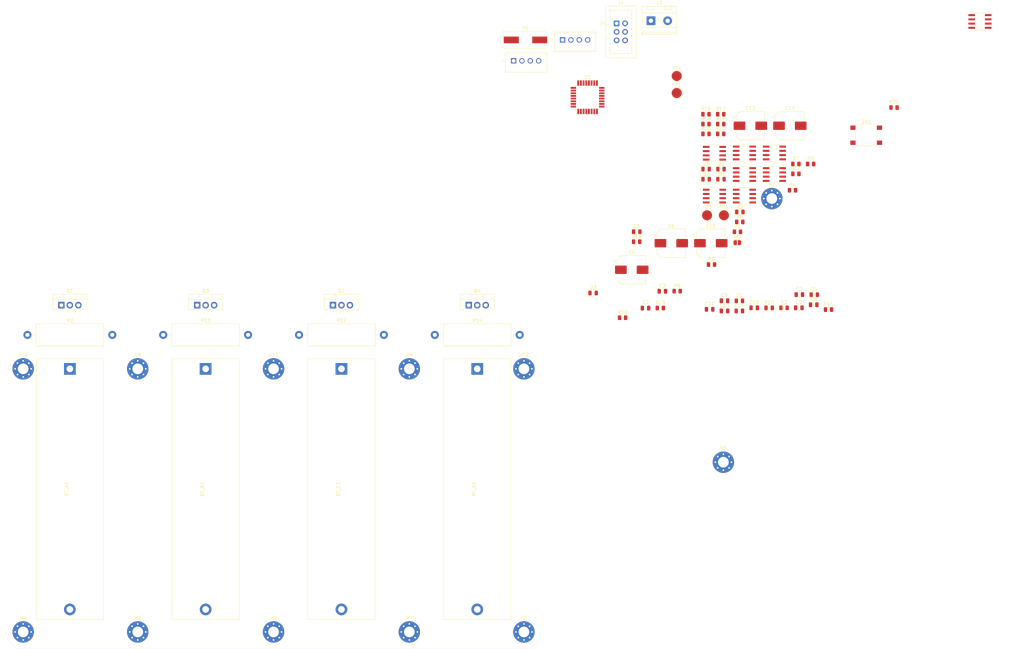
<source format=kicad_pcb>
(kicad_pcb (version 20171130) (host pcbnew "(5.1.8-0-10_14)")
  (layers (0 F.Cu signal) (31 B.Cu signal) (34 B.Paste user) (35 F.Paste user) (36 B.SilkS user) (37 F.SilkS user) (38 B.Mask user) (39 F.Mask user) (44 Edge.Cuts user))
  (net 0 "")
  (net 1 GND)
  (net 2 "Net-(C1-Pad2)")
  (net 3 "Net-(C2-Pad2)")
  (net 4 "Net-(C5-Pad1)")
  (net 5 +5V)
  (net 6 "Net-(D1-Pad1)")
  (net 7 "Net-(D2-Pad1)")
  (net 8 "Net-(D3-Pad1)")
  (net 9 "Net-(IC1-Pad7)")
  (net 10 "Net-(IC1-Pad6)")
  (net 11 "Net-(IC1-Pad2)")
  (net 12 SDA)
  (net 13 SCL)
  (net 14 "Net-(Q1-Pad1)")
  (net 15 "Net-(Q1-Pad3)")
  (net 16 "Net-(U1-Pad19)")
  (net 17 "Net-(U1-Pad22)")
  (net 18 "Net-(U2-Pad5)")
  (net 19 "Net-(U2-Pad6)")
  (net 20 "Net-(U2-Pad7)")
  (net 21 "Net-(J1-Pad2)")
  (net 22 "Net-(D4-Pad1)")
  (net 23 LED_STATUS)
  (net 24 MISO)
  (net 25 SCK)
  (net 26 RST)
  (net 27 MOSI)
  (net 28 RX)
  (net 29 TX)
  (net 30 v_sens_A)
  (net 31 v_sens_B)
  (net 32 v_sens_C)
  (net 33 v_sens_D)
  (net 34 "Net-(C14-Pad1)")
  (net 35 "Net-(C15-Pad1)")
  (net 36 "Net-(C16-Pad1)")
  (net 37 "Net-(D5-Pad1)")
  (net 38 "Net-(D6-Pad1)")
  (net 39 "Net-(D7-Pad1)")
  (net 40 "Net-(D8-Pad1)")
  (net 41 "Net-(D9-Pad1)")
  (net 42 "Net-(D10-Pad1)")
  (net 43 CHRG_A_enable)
  (net 44 CHRG_C_enable)
  (net 45 "Net-(IC2-Pad7)")
  (net 46 "Net-(IC2-Pad6)")
  (net 47 "Net-(IC2-Pad2)")
  (net 48 CHRG_B_enable)
  (net 49 "Net-(IC3-Pad7)")
  (net 50 "Net-(IC3-Pad6)")
  (net 51 "Net-(IC3-Pad2)")
  (net 52 "Net-(IC4-Pad2)")
  (net 53 "Net-(IC4-Pad6)")
  (net 54 "Net-(IC4-Pad7)")
  (net 55 CHRG_D_enable)
  (net 56 "Net-(Q2-Pad3)")
  (net 57 "Net-(Q2-Pad1)")
  (net 58 "Net-(Q3-Pad3)")
  (net 59 "Net-(Q3-Pad1)")
  (net 60 "Net-(Q4-Pad1)")
  (net 61 "Net-(Q4-Pad3)")
  (net 62 PWM_A)
  (net 63 PWM_C)
  (net 64 PWM_B)
  (net 65 PWM_D)
  (net 66 "Net-(U3-Pad5)")
  (net 67 "Net-(U3-Pad6)")
  (net 68 "Net-(U3-Pad7)")
  (net 69 "Net-(U4-Pad5)")
  (net 70 "Net-(U4-Pad6)")
  (net 71 "Net-(U4-Pad7)")
  (net 72 "Net-(U5-Pad7)")
  (net 73 "Net-(U5-Pad6)")
  (net 74 "Net-(U5-Pad5)")
  (module Battery:BatteryHolder_MPD_BH-18650-PC2 (layer F.Cu) (at 36.83 102.87 270)
    (fp_text reference BT_A1 (at 36 1 90) (layer F.SilkS))
    (fp_text value Battery_Cell)
    (pad 2 thru_hole circle (at 72 0 270) (size 3.5 3.5) (drill 2) (layers *.Cu *.Mask) (net 1 GND))
    (pad 1 thru_hole rect (at 0 0 270) (size 3.5 3.5) (drill 2) (layers *.Cu *.Mask) (net 30 v_sens_A))
    (pad "" np_thru_hole circle (at 8.645 0 270) (size 3.2 3.2) (drill 3.2) (layers *.Cu *.Mask))
    (pad "" np_thru_hole circle (at 64.255 0 270) (size 3.2 3.2) (drill 3.2) (layers *.Cu *.Mask))
  )
  (module Battery:BatteryHolder_MPD_BH-18650-PC2 (layer F.Cu) (at 77.47 102.87 270)
    (fp_text reference BT_B1 (at 36 1 90) (layer F.SilkS))
    (fp_text value Battery_Cell)
    (pad "" np_thru_hole circle (at 64.255 0 270) (size 3.2 3.2) (drill 3.2) (layers *.Cu *.Mask))
    (pad "" np_thru_hole circle (at 8.645 0 270) (size 3.2 3.2) (drill 3.2) (layers *.Cu *.Mask))
    (pad 1 thru_hole rect (at 0 0 270) (size 3.5 3.5) (drill 2) (layers *.Cu *.Mask) (net 31 v_sens_B))
    (pad 2 thru_hole circle (at 72 0 270) (size 3.5 3.5) (drill 2) (layers *.Cu *.Mask) (net 1 GND))
  )
  (module Battery:BatteryHolder_MPD_BH-18650-PC2 (layer F.Cu) (at 118.11 102.87 270)
    (fp_text reference BT_C1 (at 36 1 90) (layer F.SilkS))
    (fp_text value Battery_Cell)
    (pad "" np_thru_hole circle (at 64.255 0 270) (size 3.2 3.2) (drill 3.2) (layers *.Cu *.Mask))
    (pad "" np_thru_hole circle (at 8.645 0 270) (size 3.2 3.2) (drill 3.2) (layers *.Cu *.Mask))
    (pad 1 thru_hole rect (at 0 0 270) (size 3.5 3.5) (drill 2) (layers *.Cu *.Mask) (net 32 v_sens_C))
    (pad 2 thru_hole circle (at 72 0 270) (size 3.5 3.5) (drill 2) (layers *.Cu *.Mask) (net 1 GND))
  )
  (module Battery:BatteryHolder_MPD_BH-18650-PC2 (layer F.Cu) (at 158.75 102.87 270)
    (fp_text reference BT_D1 (at 36 1 90) (layer F.SilkS))
    (fp_text value Battery_Cell)
    (pad 2 thru_hole circle (at 72 0 270) (size 3.5 3.5) (drill 2) (layers *.Cu *.Mask) (net 1 GND))
    (pad 1 thru_hole rect (at 0 0 270) (size 3.5 3.5) (drill 2) (layers *.Cu *.Mask) (net 33 v_sens_D))
    (pad "" np_thru_hole circle (at 8.645 0 270) (size 3.2 3.2) (drill 3.2) (layers *.Cu *.Mask))
    (pad "" np_thru_hole circle (at 64.255 0 270) (size 3.2 3.2) (drill 3.2) (layers *.Cu *.Mask))
  )
  (module Capacitor_SMD:C_0805_2012Metric (layer F.Cu) (at 206.475001 61.845001)
    (fp_text reference C1 (at 0 -1.68) (layer F.SilkS))
    (fp_text value 22p)
    (pad 2 smd roundrect (at 0.95 0) (size 1 1.45) (layers F.Cu F.Paste F.Mask) (net 2 "Net-(C1-Pad2)"))
    (pad 1 smd roundrect (at -0.95 0) (size 1 1.45) (layers F.Cu F.Paste F.Mask) (net 1 GND))
  )
  (module Capacitor_SMD:C_0805_2012Metric (layer F.Cu) (at 209.105001 84.695001)
    (fp_text reference C2 (at 0 -1.68) (layer F.SilkS))
    (fp_text value 22p)
    (pad 1 smd roundrect (at -0.95 0) (size 1 1.45) (layers F.Cu F.Paste F.Mask) (net 1 GND))
    (pad 2 smd roundrect (at 0.95 0) (size 1 1.45) (layers F.Cu F.Paste F.Mask) (net 3 "Net-(C2-Pad2)"))
  )
  (module Capacitor_SMD:C_0805_2012Metric (layer F.Cu) (at 214.155001 79.645001)
    (fp_text reference C3 (at 0 -1.68) (layer F.SilkS))
    (fp_text value 100nF)
    (pad 2 smd roundrect (at 0.95 0) (size 1 1.45) (layers F.Cu F.Paste F.Mask) (net 1 GND))
    (pad 1 smd roundrect (at -0.95 0) (size 1 1.45) (layers F.Cu F.Paste F.Mask) (net 30 v_sens_A))
  )
  (module Capacitor_SMD:CP_Elec_8x10 (layer F.Cu) (at 204.990001 73.215001)
    (fp_text reference C4 (at 0 -5.2) (layer F.SilkS))
    (fp_text value 220uF)
    (pad 2 smd roundrect (at 3.25 0) (size 3.5 2.5) (layers F.Cu F.Paste F.Mask) (roundrect_rratio 0.1) (net 1 GND))
    (pad 1 smd roundrect (at -3.25 0) (size 3.5 2.5) (layers F.Cu F.Paste F.Mask) (roundrect_rratio 0.1) (net 30 v_sens_A))
  )
  (module Capacitor_SMD:C_0805_2012Metric (layer F.Cu) (at 232.745001 82.505001)
    (fp_text reference C5 (at 0 -1.68) (layer F.SilkS))
    (fp_text value 100nF)
    (pad 2 smd roundrect (at 0.95 0) (size 1 1.45) (layers F.Cu F.Paste F.Mask) (net 1 GND))
    (pad 1 smd roundrect (at -0.95 0) (size 1 1.45) (layers F.Cu F.Paste F.Mask) (net 4 "Net-(C5-Pad1)"))
  )
  (module Capacitor_SMD:CP_Elec_8x10 (layer F.Cu) (at 216.820001 65.265001)
    (fp_text reference C6 (at 0 -5.2) (layer F.SilkS))
    (fp_text value 220uF)
    (pad 1 smd roundrect (at -3.25 0) (size 3.5 2.5) (layers F.Cu F.Paste F.Mask) (roundrect_rratio 0.1) (net 5 +5V))
    (pad 2 smd roundrect (at 3.25 0) (size 3.5 2.5) (layers F.Cu F.Paste F.Mask) (roundrect_rratio 0.1) (net 1 GND))
  )
  (module Capacitor_SMD:C_0805_2012Metric (layer F.Cu) (at 255.145001 80.655001)
    (fp_text reference C7 (at 0 -1.68) (layer F.SilkS))
    (fp_text value 100nF)
    (pad 1 smd roundrect (at -0.95 0) (size 1 1.45) (layers F.Cu F.Paste F.Mask) (net 5 +5V))
    (pad 2 smd roundrect (at 0.95 0) (size 1 1.45) (layers F.Cu F.Paste F.Mask) (net 1 GND))
  )
  (module Capacitor_SMD:C_0805_2012Metric (layer F.Cu) (at 259.445001 83.695001)
    (fp_text reference C8 (at 0 -1.68) (layer F.SilkS))
    (fp_text value 100nF)
    (pad 1 smd roundrect (at -0.95 0) (size 1 1.45) (layers F.Cu F.Paste F.Mask) (net 32 v_sens_C))
    (pad 2 smd roundrect (at 0.95 0) (size 1 1.45) (layers F.Cu F.Paste F.Mask) (net 1 GND))
  )
  (module Capacitor_SMD:C_0805_2012Metric (layer F.Cu) (at 254.995001 84.595001)
    (fp_text reference C9 (at 0 -1.68) (layer F.SilkS))
    (fp_text value 100nF)
    (pad 1 smd roundrect (at -0.95 0) (size 1 1.45) (layers F.Cu F.Paste F.Mask) (net 31 v_sens_B))
    (pad 2 smd roundrect (at 0.95 0) (size 1 1.45) (layers F.Cu F.Paste F.Mask) (net 1 GND))
  )
  (module Capacitor_SMD:C_0805_2012Metric (layer F.Cu) (at 228.295001 85.055001)
    (fp_text reference C10 (at 0 -1.68) (layer F.SilkS))
    (fp_text value 100nF)
    (pad 2 smd roundrect (at 0.95 0) (size 1 1.45) (layers F.Cu F.Paste F.Mask) (net 1 GND))
    (pad 1 smd roundrect (at -0.95 0) (size 1 1.45) (layers F.Cu F.Paste F.Mask) (net 33 v_sens_D))
  )
  (module Capacitor_SMD:CP_Elec_8x10 (layer F.Cu) (at 228.650001 65.265001)
    (fp_text reference C11 (at 0 -5.2) (layer F.SilkS))
    (fp_text value 220uF)
    (pad 1 smd roundrect (at -3.25 0) (size 3.5 2.5) (layers F.Cu F.Paste F.Mask) (roundrect_rratio 0.1) (net 32 v_sens_C))
    (pad 2 smd roundrect (at 3.25 0) (size 3.5 2.5) (layers F.Cu F.Paste F.Mask) (roundrect_rratio 0.1) (net 1 GND))
  )
  (module Capacitor_SMD:CP_Elec_8x10 (layer F.Cu) (at 240.480001 30.115001)
    (fp_text reference C12 (at 0 -5.2) (layer F.SilkS))
    (fp_text value 220uF)
    (pad 1 smd roundrect (at -3.25 0) (size 3.5 2.5) (layers F.Cu F.Paste F.Mask) (roundrect_rratio 0.1) (net 31 v_sens_B))
    (pad 2 smd roundrect (at 3.25 0) (size 3.5 2.5) (layers F.Cu F.Paste F.Mask) (roundrect_rratio 0.1) (net 1 GND))
  )
  (module Capacitor_SMD:CP_Elec_8x10 (layer F.Cu) (at 252.310001 30.115001)
    (fp_text reference C13 (at 0 -5.2) (layer F.SilkS))
    (fp_text value 220uF)
    (pad 2 smd roundrect (at 3.25 0) (size 3.5 2.5) (layers F.Cu F.Paste F.Mask) (roundrect_rratio 0.1) (net 1 GND))
    (pad 1 smd roundrect (at -3.25 0) (size 3.5 2.5) (layers F.Cu F.Paste F.Mask) (roundrect_rratio 0.1) (net 33 v_sens_D))
  )
  (module Capacitor_SMD:C_0805_2012Metric (layer F.Cu) (at 232.745001 85.545001)
    (fp_text reference C14 (at 0 -1.68) (layer F.SilkS))
    (fp_text value 100nF)
    (pad 2 smd roundrect (at 0.95 0) (size 1 1.45) (layers F.Cu F.Paste F.Mask) (net 1 GND))
    (pad 1 smd roundrect (at -0.95 0) (size 1 1.45) (layers F.Cu F.Paste F.Mask) (net 34 "Net-(C14-Pad1)"))
  )
  (module Capacitor_SMD:C_0805_2012Metric (layer F.Cu) (at 237.195001 85.545001)
    (fp_text reference C15 (at 0 -1.68) (layer F.SilkS))
    (fp_text value 100nF)
    (pad 1 smd roundrect (at -0.95 0) (size 1 1.45) (layers F.Cu F.Paste F.Mask) (net 35 "Net-(C15-Pad1)"))
    (pad 2 smd roundrect (at 0.95 0) (size 1 1.45) (layers F.Cu F.Paste F.Mask) (net 1 GND))
  )
  (module Capacitor_SMD:C_0805_2012Metric (layer F.Cu) (at 241.645001 84.595001)
    (fp_text reference C16 (at 0 -1.68) (layer F.SilkS))
    (fp_text value 100nF)
    (pad 1 smd roundrect (at -0.95 0) (size 1 1.45) (layers F.Cu F.Paste F.Mask) (net 36 "Net-(C16-Pad1)"))
    (pad 2 smd roundrect (at 0.95 0) (size 1 1.45) (layers F.Cu F.Paste F.Mask) (net 1 GND))
  )
  (module LED_SMD:LED_0805_2012Metric (layer F.Cu) (at 237.215001 82.520001)
    (fp_text reference D1 (at 0 -1.65) (layer F.SilkS))
    (fp_text value LED_CHRG)
    (pad 1 smd roundrect (at -0.9375 0) (size 0.975 1.4) (layers F.Cu F.Paste F.Mask) (net 6 "Net-(D1-Pad1)"))
    (pad 2 smd roundrect (at 0.9375 0) (size 0.975 1.4) (layers F.Cu F.Paste F.Mask) (net 5 +5V))
  )
  (module LED_SMD:LED_0805_2012Metric (layer F.Cu) (at 250.565001 84.610001)
    (fp_text reference D2 (at 0 -1.65) (layer F.SilkS))
    (fp_text value LED_STDBY)
    (pad 1 smd roundrect (at -0.9375 0) (size 0.975 1.4) (layers F.Cu F.Paste F.Mask) (net 7 "Net-(D2-Pad1)"))
    (pad 2 smd roundrect (at 0.9375 0) (size 0.975 1.4) (layers F.Cu F.Paste F.Mask) (net 5 +5V))
  )
  (module LED_SMD:LED_0805_2012Metric (layer F.Cu) (at 193.425001 80.170001)
    (fp_text reference D3 (at 0 -1.65) (layer F.SilkS))
    (fp_text value LED_PWR)
    (pad 1 smd roundrect (at -0.9375 0) (size 0.975 1.4) (layers F.Cu F.Paste F.Mask) (net 8 "Net-(D3-Pad1)"))
    (pad 2 smd roundrect (at 0.9375 0) (size 0.975 1.4) (layers F.Cu F.Paste F.Mask) (net 5 +5V))
  )
  (module LED_SMD:LED_0805_2012Metric (layer F.Cu) (at 259.615001 80.670001)
    (fp_text reference D4 (at 0 -1.65) (layer F.SilkS))
    (fp_text value LED_STATUS)
    (pad 2 smd roundrect (at 0.9375 0) (size 0.975 1.4) (layers F.Cu F.Paste F.Mask) (net 23 LED_STATUS))
    (pad 1 smd roundrect (at -0.9375 0) (size 0.975 1.4) (layers F.Cu F.Paste F.Mask) (net 22 "Net-(D4-Pad1)"))
  )
  (module LED_SMD:LED_0805_2012Metric (layer F.Cu) (at 227.245001 43.090001)
    (fp_text reference D5 (at 0 -1.65) (layer F.SilkS))
    (fp_text value LED_CHRG)
    (pad 2 smd roundrect (at 0.9375 0) (size 0.975 1.4) (layers F.Cu F.Paste F.Mask) (net 5 +5V))
    (pad 1 smd roundrect (at -0.9375 0) (size 0.975 1.4) (layers F.Cu F.Paste F.Mask) (net 37 "Net-(D5-Pad1)"))
  )
  (module LED_SMD:LED_0805_2012Metric (layer F.Cu) (at 231.695001 43.090001)
    (fp_text reference D6 (at 0 -1.65) (layer F.SilkS))
    (fp_text value LED_CHRG)
    (pad 1 smd roundrect (at -0.9375 0) (size 0.975 1.4) (layers F.Cu F.Paste F.Mask) (net 38 "Net-(D6-Pad1)"))
    (pad 2 smd roundrect (at 0.9375 0) (size 0.975 1.4) (layers F.Cu F.Paste F.Mask) (net 5 +5V))
  )
  (module LED_SMD:LED_0805_2012Metric (layer F.Cu) (at 227.245001 46.130001)
    (fp_text reference D7 (at 0 -1.65) (layer F.SilkS))
    (fp_text value LED_CHRG)
    (pad 2 smd roundrect (at 0.9375 0) (size 0.975 1.4) (layers F.Cu F.Paste F.Mask) (net 5 +5V))
    (pad 1 smd roundrect (at -0.9375 0) (size 0.975 1.4) (layers F.Cu F.Paste F.Mask) (net 39 "Net-(D7-Pad1)"))
  )
  (module LED_SMD:LED_0805_2012Metric (layer F.Cu) (at 231.695001 46.130001)
    (fp_text reference D8 (at 0 -1.65) (layer F.SilkS))
    (fp_text value LED_STDBY)
    (pad 1 smd roundrect (at -0.9375 0) (size 0.975 1.4) (layers F.Cu F.Paste F.Mask) (net 40 "Net-(D8-Pad1)"))
    (pad 2 smd roundrect (at 0.9375 0) (size 0.975 1.4) (layers F.Cu F.Paste F.Mask) (net 5 +5V))
  )
  (module LED_SMD:LED_0805_2012Metric (layer F.Cu) (at 237.345001 55.910001)
    (fp_text reference D9 (at 0 -1.65) (layer F.SilkS))
    (fp_text value LED_STDBY)
    (pad 2 smd roundrect (at 0.9375 0) (size 0.975 1.4) (layers F.Cu F.Paste F.Mask) (net 5 +5V))
    (pad 1 smd roundrect (at -0.9375 0) (size 0.975 1.4) (layers F.Cu F.Paste F.Mask) (net 41 "Net-(D9-Pad1)"))
  )
  (module LED_SMD:LED_0805_2012Metric (layer F.Cu) (at 246.115001 84.610001)
    (fp_text reference D10 (at 0 -1.65) (layer F.SilkS))
    (fp_text value LED_STDBY)
    (pad 2 smd roundrect (at 0.9375 0) (size 0.975 1.4) (layers F.Cu F.Paste F.Mask) (net 5 +5V))
    (pad 1 smd roundrect (at -0.9375 0) (size 0.975 1.4) (layers F.Cu F.Paste F.Mask) (net 42 "Net-(D10-Pad1)"))
  )
  (module MountingHole:MountingHole_3.2mm_M3_Pad_Via (layer F.Cu) (at 232.41 130.81)
    (fp_text reference H1 (at 0 -4.2) (layer F.SilkS))
    (fp_text value MountingHole_Pad)
    (pad 1 thru_hole circle (at 1.697056 -1.697056) (size 0.8 0.8) (drill 0.5) (layers *.Cu *.Mask) (net 1 GND))
    (pad 1 thru_hole circle (at 0 -2.4) (size 0.8 0.8) (drill 0.5) (layers *.Cu *.Mask) (net 1 GND))
    (pad 1 thru_hole circle (at -1.697056 -1.697056) (size 0.8 0.8) (drill 0.5) (layers *.Cu *.Mask) (net 1 GND))
    (pad 1 thru_hole circle (at -2.4 0) (size 0.8 0.8) (drill 0.5) (layers *.Cu *.Mask) (net 1 GND))
    (pad 1 thru_hole circle (at -1.697056 1.697056) (size 0.8 0.8) (drill 0.5) (layers *.Cu *.Mask) (net 1 GND))
    (pad 1 thru_hole circle (at 0 2.4) (size 0.8 0.8) (drill 0.5) (layers *.Cu *.Mask) (net 1 GND))
    (pad 1 thru_hole circle (at 1.697056 1.697056) (size 0.8 0.8) (drill 0.5) (layers *.Cu *.Mask) (net 1 GND))
    (pad 1 thru_hole circle (at 2.4 0) (size 0.8 0.8) (drill 0.5) (layers *.Cu *.Mask) (net 1 GND))
    (pad 1 thru_hole circle (at 0 0) (size 6.4 6.4) (drill 3.2) (layers *.Cu *.Mask) (net 1 GND))
  )
  (module MountingHole:MountingHole_3.2mm_M3_Pad_Via (layer F.Cu) (at 246.915001 51.915001)
    (fp_text reference H2 (at 0 -4.2) (layer F.SilkS))
    (fp_text value MountingHole_Pad)
    (pad 1 thru_hole circle (at 0 0) (size 6.4 6.4) (drill 3.2) (layers *.Cu *.Mask) (net 1 GND))
    (pad 1 thru_hole circle (at 2.4 0) (size 0.8 0.8) (drill 0.5) (layers *.Cu *.Mask) (net 1 GND))
    (pad 1 thru_hole circle (at 1.697056 1.697056) (size 0.8 0.8) (drill 0.5) (layers *.Cu *.Mask) (net 1 GND))
    (pad 1 thru_hole circle (at 0 2.4) (size 0.8 0.8) (drill 0.5) (layers *.Cu *.Mask) (net 1 GND))
    (pad 1 thru_hole circle (at -1.697056 1.697056) (size 0.8 0.8) (drill 0.5) (layers *.Cu *.Mask) (net 1 GND))
    (pad 1 thru_hole circle (at -2.4 0) (size 0.8 0.8) (drill 0.5) (layers *.Cu *.Mask) (net 1 GND))
    (pad 1 thru_hole circle (at -1.697056 -1.697056) (size 0.8 0.8) (drill 0.5) (layers *.Cu *.Mask) (net 1 GND))
    (pad 1 thru_hole circle (at 0 -2.4) (size 0.8 0.8) (drill 0.5) (layers *.Cu *.Mask) (net 1 GND))
    (pad 1 thru_hole circle (at 1.697056 -1.697056) (size 0.8 0.8) (drill 0.5) (layers *.Cu *.Mask) (net 1 GND))
  )
  (module MountingHole:MountingHole_3.2mm_M3_Pad_Via (layer F.Cu) (at 172.72 181.61)
    (fp_text reference H3 (at 0 -4.2) (layer F.SilkS))
    (fp_text value MountingHole_Pad)
    (pad 1 thru_hole circle (at 1.697056 -1.697056) (size 0.8 0.8) (drill 0.5) (layers *.Cu *.Mask) (net 1 GND))
    (pad 1 thru_hole circle (at 0 -2.4) (size 0.8 0.8) (drill 0.5) (layers *.Cu *.Mask) (net 1 GND))
    (pad 1 thru_hole circle (at -1.697056 -1.697056) (size 0.8 0.8) (drill 0.5) (layers *.Cu *.Mask) (net 1 GND))
    (pad 1 thru_hole circle (at -2.4 0) (size 0.8 0.8) (drill 0.5) (layers *.Cu *.Mask) (net 1 GND))
    (pad 1 thru_hole circle (at -1.697056 1.697056) (size 0.8 0.8) (drill 0.5) (layers *.Cu *.Mask) (net 1 GND))
    (pad 1 thru_hole circle (at 0 2.4) (size 0.8 0.8) (drill 0.5) (layers *.Cu *.Mask) (net 1 GND))
    (pad 1 thru_hole circle (at 1.697056 1.697056) (size 0.8 0.8) (drill 0.5) (layers *.Cu *.Mask) (net 1 GND))
    (pad 1 thru_hole circle (at 2.4 0) (size 0.8 0.8) (drill 0.5) (layers *.Cu *.Mask) (net 1 GND))
    (pad 1 thru_hole circle (at 0 0) (size 6.4 6.4) (drill 3.2) (layers *.Cu *.Mask) (net 1 GND))
  )
  (module MountingHole:MountingHole_3.2mm_M3_Pad_Via (layer F.Cu) (at 22.86 181.61)
    (fp_text reference H4 (at 0 -4.2) (layer F.SilkS))
    (fp_text value MountingHole_Pad)
    (pad 1 thru_hole circle (at 0 0) (size 6.4 6.4) (drill 3.2) (layers *.Cu *.Mask) (net 1 GND))
    (pad 1 thru_hole circle (at 2.4 0) (size 0.8 0.8) (drill 0.5) (layers *.Cu *.Mask) (net 1 GND))
    (pad 1 thru_hole circle (at 1.697056 1.697056) (size 0.8 0.8) (drill 0.5) (layers *.Cu *.Mask) (net 1 GND))
    (pad 1 thru_hole circle (at 0 2.4) (size 0.8 0.8) (drill 0.5) (layers *.Cu *.Mask) (net 1 GND))
    (pad 1 thru_hole circle (at -1.697056 1.697056) (size 0.8 0.8) (drill 0.5) (layers *.Cu *.Mask) (net 1 GND))
    (pad 1 thru_hole circle (at -2.4 0) (size 0.8 0.8) (drill 0.5) (layers *.Cu *.Mask) (net 1 GND))
    (pad 1 thru_hole circle (at -1.697056 -1.697056) (size 0.8 0.8) (drill 0.5) (layers *.Cu *.Mask) (net 1 GND))
    (pad 1 thru_hole circle (at 0 -2.4) (size 0.8 0.8) (drill 0.5) (layers *.Cu *.Mask) (net 1 GND))
    (pad 1 thru_hole circle (at 1.697056 -1.697056) (size 0.8 0.8) (drill 0.5) (layers *.Cu *.Mask) (net 1 GND))
  )
  (module modules:SOIC127P599X175-8N (layer F.Cu) (at 238.710001 44.717501)
    (fp_text reference IC1 (at -0.385 -3.537) (layer F.SilkS) (effects (font (thickness 0.015))))
    (fp_text value TP4056)
    (pad 8 smd rect (at 2.47 -1.905) (size 1.97 0.6) (layers F.Cu F.Paste F.Mask) (net 43 CHRG_A_enable))
    (pad 7 smd rect (at 2.47 -0.635) (size 1.97 0.6) (layers F.Cu F.Paste F.Mask) (net 9 "Net-(IC1-Pad7)"))
    (pad 6 smd rect (at 2.47 0.635) (size 1.97 0.6) (layers F.Cu F.Paste F.Mask) (net 10 "Net-(IC1-Pad6)"))
    (pad 5 smd rect (at 2.47 1.905) (size 1.97 0.6) (layers F.Cu F.Paste F.Mask) (net 30 v_sens_A))
    (pad 4 smd rect (at -2.47 1.905) (size 1.97 0.6) (layers F.Cu F.Paste F.Mask) (net 5 +5V))
    (pad 3 smd rect (at -2.47 0.635) (size 1.97 0.6) (layers F.Cu F.Paste F.Mask) (net 1 GND))
    (pad 2 smd rect (at -2.47 -0.635) (size 1.97 0.6) (layers F.Cu F.Paste F.Mask) (net 11 "Net-(IC1-Pad2)"))
    (pad 1 smd rect (at -2.47 -1.905) (size 1.97 0.6) (layers F.Cu F.Paste F.Mask) (net 1 GND))
  )
  (module modules:SOIC127P599X175-8N (layer F.Cu) (at 247.680001 44.717501)
    (fp_text reference IC2 (at -0.385 -3.537) (layer F.SilkS) (effects (font (thickness 0.015))))
    (fp_text value TP4056)
    (pad 8 smd rect (at 2.47 -1.905) (size 1.97 0.6) (layers F.Cu F.Paste F.Mask) (net 44 CHRG_C_enable))
    (pad 7 smd rect (at 2.47 -0.635) (size 1.97 0.6) (layers F.Cu F.Paste F.Mask) (net 45 "Net-(IC2-Pad7)"))
    (pad 6 smd rect (at 2.47 0.635) (size 1.97 0.6) (layers F.Cu F.Paste F.Mask) (net 46 "Net-(IC2-Pad6)"))
    (pad 5 smd rect (at 2.47 1.905) (size 1.97 0.6) (layers F.Cu F.Paste F.Mask) (net 32 v_sens_C))
    (pad 4 smd rect (at -2.47 1.905) (size 1.97 0.6) (layers F.Cu F.Paste F.Mask) (net 5 +5V))
    (pad 3 smd rect (at -2.47 0.635) (size 1.97 0.6) (layers F.Cu F.Paste F.Mask) (net 1 GND))
    (pad 2 smd rect (at -2.47 -0.635) (size 1.97 0.6) (layers F.Cu F.Paste F.Mask) (net 47 "Net-(IC2-Pad2)"))
    (pad 1 smd rect (at -2.47 -1.905) (size 1.97 0.6) (layers F.Cu F.Paste F.Mask) (net 1 GND))
  )
  (module modules:SOIC127P599X175-8N (layer F.Cu) (at 229.740001 51.167501)
    (fp_text reference IC3 (at -0.385 -3.537) (layer F.SilkS) (effects (font (thickness 0.015))))
    (fp_text value TP4056)
    (pad 8 smd rect (at 2.47 -1.905) (size 1.97 0.6) (layers F.Cu F.Paste F.Mask) (net 48 CHRG_B_enable))
    (pad 7 smd rect (at 2.47 -0.635) (size 1.97 0.6) (layers F.Cu F.Paste F.Mask) (net 49 "Net-(IC3-Pad7)"))
    (pad 6 smd rect (at 2.47 0.635) (size 1.97 0.6) (layers F.Cu F.Paste F.Mask) (net 50 "Net-(IC3-Pad6)"))
    (pad 5 smd rect (at 2.47 1.905) (size 1.97 0.6) (layers F.Cu F.Paste F.Mask) (net 31 v_sens_B))
    (pad 4 smd rect (at -2.47 1.905) (size 1.97 0.6) (layers F.Cu F.Paste F.Mask) (net 5 +5V))
    (pad 3 smd rect (at -2.47 0.635) (size 1.97 0.6) (layers F.Cu F.Paste F.Mask) (net 1 GND))
    (pad 2 smd rect (at -2.47 -0.635) (size 1.97 0.6) (layers F.Cu F.Paste F.Mask) (net 51 "Net-(IC3-Pad2)"))
    (pad 1 smd rect (at -2.47 -1.905) (size 1.97 0.6) (layers F.Cu F.Paste F.Mask) (net 1 GND))
  )
  (module modules:SOIC127P599X175-8N (layer F.Cu) (at 238.710001 51.167501)
    (fp_text reference IC4 (at -0.385 -3.537) (layer F.SilkS) (effects (font (thickness 0.015))))
    (fp_text value TP4056)
    (pad 1 smd rect (at -2.47 -1.905) (size 1.97 0.6) (layers F.Cu F.Paste F.Mask) (net 1 GND))
    (pad 2 smd rect (at -2.47 -0.635) (size 1.97 0.6) (layers F.Cu F.Paste F.Mask) (net 52 "Net-(IC4-Pad2)"))
    (pad 3 smd rect (at -2.47 0.635) (size 1.97 0.6) (layers F.Cu F.Paste F.Mask) (net 1 GND))
    (pad 4 smd rect (at -2.47 1.905) (size 1.97 0.6) (layers F.Cu F.Paste F.Mask) (net 5 +5V))
    (pad 5 smd rect (at 2.47 1.905) (size 1.97 0.6) (layers F.Cu F.Paste F.Mask) (net 33 v_sens_D))
    (pad 6 smd rect (at 2.47 0.635) (size 1.97 0.6) (layers F.Cu F.Paste F.Mask) (net 53 "Net-(IC4-Pad6)"))
    (pad 7 smd rect (at 2.47 -0.635) (size 1.97 0.6) (layers F.Cu F.Paste F.Mask) (net 54 "Net-(IC4-Pad7)"))
    (pad 8 smd rect (at 2.47 -1.905) (size 1.97 0.6) (layers F.Cu F.Paste F.Mask) (net 55 CHRG_D_enable))
  )
  (module "modules:JST_B4B-XH-A(LF)(SN)" (layer F.Cu) (at 169.630001 10.685001)
    (fp_text reference J1 (at 0.637655 -3.920115) (layer F.SilkS) (effects (font (size 1.001803 1.001803) (thickness 0.015))))
    (fp_text value "B4B-XH-A(LF)(SN)")
    (pad 4 thru_hole circle (at 7.5 0) (size 1.59 1.59) (drill 1.06) (layers *.Cu *.Mask) (net 13 SCL))
    (pad 3 thru_hole circle (at 5 0) (size 1.59 1.59) (drill 1.06) (layers *.Cu *.Mask) (net 12 SDA))
    (pad 2 thru_hole circle (at 2.5 0) (size 1.59 1.59) (drill 1.06) (layers *.Cu *.Mask) (net 21 "Net-(J1-Pad2)"))
    (pad 1 thru_hole rect (at 0 0) (size 1.59 1.59) (drill 1.06) (layers *.Cu *.Mask) (net 1 GND))
  )
  (module "modules:JST_B4B-XH-A(LF)(SN)" (layer F.Cu) (at 184.280001 4.435001)
    (fp_text reference J2 (at 0.637655 -3.920115) (layer F.SilkS) (effects (font (size 1.001803 1.001803) (thickness 0.015))))
    (fp_text value "B4B-XH-A(LF)(SN)")
    (pad 1 thru_hole rect (at 0 0) (size 1.59 1.59) (drill 1.06) (layers *.Cu *.Mask) (net 1 GND))
    (pad 2 thru_hole circle (at 2.5 0) (size 1.59 1.59) (drill 1.06) (layers *.Cu *.Mask) (net 21 "Net-(J1-Pad2)"))
    (pad 3 thru_hole circle (at 5 0) (size 1.59 1.59) (drill 1.06) (layers *.Cu *.Mask) (net 12 SDA))
    (pad 4 thru_hole circle (at 7.5 0) (size 1.59 1.59) (drill 1.06) (layers *.Cu *.Mask) (net 13 SCL))
  )
  (module TerminalBlock_MetzConnect:TerminalBlock_MetzConnect_Type094_RT03502HBLU_1x02_P5.00mm_Horizontal (layer F.Cu) (at 210.725001 -1.304999)
    (fp_text reference J3 (at 2.5 -5.36) (layer F.SilkS))
    (fp_text value Conn_01x02_Male)
    (pad 1 thru_hole rect (at 0 0) (size 2.6 2.6) (drill 1.3) (layers *.Cu *.Mask) (net 5 +5V))
    (pad 2 thru_hole circle (at 5 0) (size 2.6 2.6) (drill 1.3) (layers *.Cu *.Mask) (net 1 GND))
  )
  (module Connector_IDC:IDC-Header_2x03_P2.54mm_Vertical (layer F.Cu) (at 200.460001 -0.514999)
    (fp_text reference J4 (at 1.27 -6.1) (layer F.SilkS))
    (fp_text value AVR-ISP-6)
    (pad 1 thru_hole roundrect (at 0 0) (size 1.7 1.7) (drill 1) (layers *.Cu *.Mask) (roundrect_rratio 0.147059) (net 24 MISO))
    (pad 3 thru_hole circle (at 0 2.54) (size 1.7 1.7) (drill 1) (layers *.Cu *.Mask) (net 25 SCK))
    (pad 5 thru_hole circle (at 0 5.08) (size 1.7 1.7) (drill 1) (layers *.Cu *.Mask) (net 26 RST))
    (pad 2 thru_hole circle (at 2.54 0) (size 1.7 1.7) (drill 1) (layers *.Cu *.Mask) (net 5 +5V))
    (pad 4 thru_hole circle (at 2.54 2.54) (size 1.7 1.7) (drill 1) (layers *.Cu *.Mask) (net 27 MOSI))
    (pad 6 thru_hole circle (at 2.54 5.08) (size 1.7 1.7) (drill 1) (layers *.Cu *.Mask) (net 1 GND))
  )
  (module Jumper:SolderJumper-2_P1.3mm_Open_RoundedPad1.0x1.5mm (layer F.Cu) (at 236.595001 65.105001)
    (fp_text reference JP1 (at 0 -1.8) (layer F.SilkS))
    (fp_text value SolderJumper_2_Open)
    (pad 1 smd custom (at -0.65 0) (size 1 0.5) (layers F.Cu F.Mask) (net 5 +5V) (options (clearance outline) (anchor rect)) (primitives (gr_circle (center 0 0.25) (end 0.5 0.25) (width 0)) (gr_circle (center 0 -0.25) (end 0.5 -0.25) (width 0)) (gr_poly (pts (xy 0 -0.75) (xy 0.5 -0.75) (xy 0.5 0.75) (xy 0 0.75)) (width 0))))
    (pad 2 smd custom (at 0.65 0) (size 1 0.5) (layers F.Cu F.Mask) (net 21 "Net-(J1-Pad2)") (options (clearance outline) (anchor rect)) (primitives (gr_circle (center 0 0.25) (end 0.5 0.25) (width 0)) (gr_circle (center 0 -0.25) (end 0.5 -0.25) (width 0)) (gr_poly (pts (xy 0 -0.75) (xy -0.5 -0.75) (xy -0.5 0.75) (xy 0 0.75)) (width 0))))
  )
  (module Package_TO_SOT_THT:TO-220-3_Vertical (layer F.Cu) (at 34.29 83.82)
    (fp_text reference Q1 (at 2.54 -4.27) (layer F.SilkS))
    (fp_text value IRLZ44N)
    (pad 1 thru_hole rect (at 0 0) (size 1.905 2) (drill 1.1) (layers *.Cu *.Mask) (net 14 "Net-(Q1-Pad1)"))
    (pad 2 thru_hole oval (at 2.54 0) (size 1.905 2) (drill 1.1) (layers *.Cu *.Mask) (net 30 v_sens_A))
    (pad 3 thru_hole oval (at 5.08 0) (size 1.905 2) (drill 1.1) (layers *.Cu *.Mask) (net 15 "Net-(Q1-Pad3)"))
  )
  (module Package_TO_SOT_THT:TO-220-3_Vertical (layer F.Cu) (at 115.57 83.82)
    (fp_text reference Q2 (at 2.54 -4.27) (layer F.SilkS))
    (fp_text value IRLZ44N)
    (pad 3 thru_hole oval (at 5.08 0) (size 1.905 2) (drill 1.1) (layers *.Cu *.Mask) (net 56 "Net-(Q2-Pad3)"))
    (pad 2 thru_hole oval (at 2.54 0) (size 1.905 2) (drill 1.1) (layers *.Cu *.Mask) (net 32 v_sens_C))
    (pad 1 thru_hole rect (at 0 0) (size 1.905 2) (drill 1.1) (layers *.Cu *.Mask) (net 57 "Net-(Q2-Pad1)"))
  )
  (module Package_TO_SOT_THT:TO-220-3_Vertical (layer F.Cu) (at 74.93 83.82)
    (fp_text reference Q3 (at 2.54 -4.27) (layer F.SilkS))
    (fp_text value IRLZ44N)
    (pad 3 thru_hole oval (at 5.08 0) (size 1.905 2) (drill 1.1) (layers *.Cu *.Mask) (net 58 "Net-(Q3-Pad3)"))
    (pad 2 thru_hole oval (at 2.54 0) (size 1.905 2) (drill 1.1) (layers *.Cu *.Mask) (net 31 v_sens_B))
    (pad 1 thru_hole rect (at 0 0) (size 1.905 2) (drill 1.1) (layers *.Cu *.Mask) (net 59 "Net-(Q3-Pad1)"))
  )
  (module Package_TO_SOT_THT:TO-220-3_Vertical (layer F.Cu) (at 156.21 83.82)
    (fp_text reference Q4 (at 2.54 -4.27) (layer F.SilkS))
    (fp_text value IRLZ44N)
    (pad 1 thru_hole rect (at 0 0) (size 1.905 2) (drill 1.1) (layers *.Cu *.Mask) (net 60 "Net-(Q4-Pad1)"))
    (pad 2 thru_hole oval (at 2.54 0) (size 1.905 2) (drill 1.1) (layers *.Cu *.Mask) (net 33 v_sens_D))
    (pad 3 thru_hole oval (at 5.08 0) (size 1.905 2) (drill 1.1) (layers *.Cu *.Mask) (net 61 "Net-(Q4-Pad3)"))
  )
  (module Resistor_SMD:R_0805_2012Metric (layer F.Cu) (at 236.625001 61.855001)
    (fp_text reference R1 (at 0 -1.65) (layer F.SilkS))
    (fp_text value 1M)
    (pad 1 smd roundrect (at -0.9125 0) (size 1.025 1.4) (layers F.Cu F.Paste F.Mask) (roundrect_rratio 0.243902) (net 4 "Net-(C5-Pad1)"))
    (pad 2 smd roundrect (at 0.9125 0) (size 1.025 1.4) (layers F.Cu F.Paste F.Mask) (roundrect_rratio 0.243902) (net 62 PWM_A))
  )
  (module Resistor_THT:R_Axial_Power_L20.0mm_W6.4mm_P25.40mm (layer F.Cu) (at 24.13 92.71)
    (fp_text reference R2 (at 12.7 -4.32) (layer F.SilkS))
    (fp_text value 1R5W)
    (pad 1 thru_hole circle (at 0 0) (size 2.4 2.4) (drill 1.2) (layers *.Cu *.Mask) (net 15 "Net-(Q1-Pad3)"))
    (pad 2 thru_hole oval (at 25.4 0) (size 2.4 2.4) (drill 1.2) (layers *.Cu *.Mask) (net 1 GND))
  )
  (module Resistor_SMD:R_0805_2012Metric (layer F.Cu) (at 254.115001 44.515001)
    (fp_text reference R3 (at 0 -1.65) (layer F.SilkS))
    (fp_text value 330)
    (pad 2 smd roundrect (at 0.9125 0) (size 1.025 1.4) (layers F.Cu F.Paste F.Mask) (roundrect_rratio 0.243902) (net 9 "Net-(IC1-Pad7)"))
    (pad 1 smd roundrect (at -0.9125 0) (size 1.025 1.4) (layers F.Cu F.Paste F.Mask) (roundrect_rratio 0.243902) (net 6 "Net-(D1-Pad1)"))
  )
  (module Resistor_SMD:R_0805_2012Metric (layer F.Cu) (at 253.095001 49.415001)
    (fp_text reference R4 (at 0 -1.65) (layer F.SilkS))
    (fp_text value 330)
    (pad 2 smd roundrect (at 0.9125 0) (size 1.025 1.4) (layers F.Cu F.Paste F.Mask) (roundrect_rratio 0.243902) (net 10 "Net-(IC1-Pad6)"))
    (pad 1 smd roundrect (at -0.9125 0) (size 1.025 1.4) (layers F.Cu F.Paste F.Mask) (roundrect_rratio 0.243902) (net 7 "Net-(D2-Pad1)"))
  )
  (module Resistor_SMD:R_0805_2012Metric (layer F.Cu) (at 258.525001 41.565001)
    (fp_text reference R5 (at 0 -1.65) (layer F.SilkS))
    (fp_text value 330)
    (pad 2 smd roundrect (at 0.9125 0) (size 1.025 1.4) (layers F.Cu F.Paste F.Mask) (roundrect_rratio 0.243902) (net 1 GND))
    (pad 1 smd roundrect (at -0.9125 0) (size 1.025 1.4) (layers F.Cu F.Paste F.Mask) (roundrect_rratio 0.243902) (net 8 "Net-(D3-Pad1)"))
  )
  (module Resistor_SMD:R_0805_2012Metric (layer F.Cu) (at 228.865001 71.665001)
    (fp_text reference R6 (at 0 -1.65) (layer F.SilkS))
    (fp_text value 1.5k)
    (pad 1 smd roundrect (at -0.9125 0) (size 1.025 1.4) (layers F.Cu F.Paste F.Mask) (roundrect_rratio 0.243902) (net 11 "Net-(IC1-Pad2)"))
    (pad 2 smd roundrect (at 0.9125 0) (size 1.025 1.4) (layers F.Cu F.Paste F.Mask) (roundrect_rratio 0.243902) (net 1 GND))
  )
  (module Resistor_SMD:R_0805_2012Metric (layer F.Cu) (at 254.115001 41.565001)
    (fp_text reference R7 (at 0 -1.65) (layer F.SilkS))
    (fp_text value 330)
    (pad 2 smd roundrect (at 0.9125 0) (size 1.025 1.4) (layers F.Cu F.Paste F.Mask) (roundrect_rratio 0.243902) (net 1 GND))
    (pad 1 smd roundrect (at -0.9125 0) (size 1.025 1.4) (layers F.Cu F.Paste F.Mask) (roundrect_rratio 0.243902) (net 22 "Net-(D4-Pad1)"))
  )
  (module Resistor_SMD:R_0805_2012Metric (layer F.Cu) (at 237.305001 58.905001)
    (fp_text reference R8 (at 0 -1.65) (layer F.SilkS))
    (fp_text value 10k)
    (pad 2 smd roundrect (at 0.9125 0) (size 1.025 1.4) (layers F.Cu F.Paste F.Mask) (roundrect_rratio 0.243902) (net 26 RST))
    (pad 1 smd roundrect (at -0.9125 0) (size 1.025 1.4) (layers F.Cu F.Paste F.Mask) (roundrect_rratio 0.243902) (net 5 +5V))
  )
  (module Resistor_SMD:R_0805_2012Metric (layer F.Cu) (at 218.585001 79.615001)
    (fp_text reference R9 (at 0 -1.65) (layer F.SilkS))
    (fp_text value 1M)
    (pad 2 smd roundrect (at 0.9125 0) (size 1.025 1.4) (layers F.Cu F.Paste F.Mask) (roundrect_rratio 0.243902) (net 63 PWM_C))
    (pad 1 smd roundrect (at -0.9125 0) (size 1.025 1.4) (layers F.Cu F.Paste F.Mask) (roundrect_rratio 0.243902) (net 34 "Net-(C14-Pad1)"))
  )
  (module Resistor_SMD:R_0805_2012Metric (layer F.Cu) (at 202.245001 87.565001)
    (fp_text reference R10 (at 0 -1.65) (layer F.SilkS))
    (fp_text value 1M)
    (pad 1 smd roundrect (at -0.9125 0) (size 1.025 1.4) (layers F.Cu F.Paste F.Mask) (roundrect_rratio 0.243902) (net 35 "Net-(C15-Pad1)"))
    (pad 2 smd roundrect (at 0.9125 0) (size 1.025 1.4) (layers F.Cu F.Paste F.Mask) (roundrect_rratio 0.243902) (net 64 PWM_B))
  )
  (module Resistor_SMD:R_0805_2012Metric (layer F.Cu) (at 263.875001 85.135001)
    (fp_text reference R11 (at 0 -1.65) (layer F.SilkS))
    (fp_text value 1M)
    (pad 2 smd roundrect (at 0.9125 0) (size 1.025 1.4) (layers F.Cu F.Paste F.Mask) (roundrect_rratio 0.243902) (net 65 PWM_D))
    (pad 1 smd roundrect (at -0.9125 0) (size 1.025 1.4) (layers F.Cu F.Paste F.Mask) (roundrect_rratio 0.243902) (net 36 "Net-(C16-Pad1)"))
  )
  (module Resistor_THT:R_Axial_Power_L20.0mm_W6.4mm_P25.40mm (layer F.Cu) (at 105.41 92.71)
    (fp_text reference R12 (at 12.7 -4.32) (layer F.SilkS))
    (fp_text value 1R5W)
    (pad 2 thru_hole oval (at 25.4 0) (size 2.4 2.4) (drill 1.2) (layers *.Cu *.Mask) (net 1 GND))
    (pad 1 thru_hole circle (at 0 0) (size 2.4 2.4) (drill 1.2) (layers *.Cu *.Mask) (net 56 "Net-(Q2-Pad3)"))
  )
  (module Resistor_THT:R_Axial_Power_L20.0mm_W6.4mm_P25.40mm (layer F.Cu) (at 64.77 92.71)
    (fp_text reference R13 (at 12.7 -4.32) (layer F.SilkS))
    (fp_text value 1R5W)
    (pad 1 thru_hole circle (at 0 0) (size 2.4 2.4) (drill 1.2) (layers *.Cu *.Mask) (net 58 "Net-(Q3-Pad3)"))
    (pad 2 thru_hole oval (at 25.4 0) (size 2.4 2.4) (drill 1.2) (layers *.Cu *.Mask) (net 1 GND))
  )
  (module Resistor_THT:R_Axial_Power_L20.0mm_W6.4mm_P25.40mm (layer F.Cu) (at 146.05 92.71)
    (fp_text reference R14 (at 12.7 -4.32) (layer F.SilkS))
    (fp_text value 1R5W)
    (pad 2 thru_hole oval (at 25.4 0) (size 2.4 2.4) (drill 1.2) (layers *.Cu *.Mask) (net 1 GND))
    (pad 1 thru_hole circle (at 0 0) (size 2.4 2.4) (drill 1.2) (layers *.Cu *.Mask) (net 61 "Net-(Q4-Pad3)"))
  )
  (module Resistor_SMD:R_0805_2012Metric (layer F.Cu) (at 206.455001 64.825001)
    (fp_text reference R15 (at 0 -1.65) (layer F.SilkS))
    (fp_text value 330)
    (pad 2 smd roundrect (at 0.9125 0) (size 1.025 1.4) (layers F.Cu F.Paste F.Mask) (roundrect_rratio 0.243902) (net 45 "Net-(IC2-Pad7)"))
    (pad 1 smd roundrect (at -0.9125 0) (size 1.025 1.4) (layers F.Cu F.Paste F.Mask) (roundrect_rratio 0.243902) (net 37 "Net-(D5-Pad1)"))
  )
  (module Resistor_SMD:R_0805_2012Metric (layer F.Cu) (at 227.205001 26.665001)
    (fp_text reference R16 (at 0 -1.65) (layer F.SilkS))
    (fp_text value 330)
    (pad 2 smd roundrect (at 0.9125 0) (size 1.025 1.4) (layers F.Cu F.Paste F.Mask) (roundrect_rratio 0.243902) (net 49 "Net-(IC3-Pad7)"))
    (pad 1 smd roundrect (at -0.9125 0) (size 1.025 1.4) (layers F.Cu F.Paste F.Mask) (roundrect_rratio 0.243902) (net 38 "Net-(D6-Pad1)"))
  )
  (module Resistor_SMD:R_0805_2012Metric (layer F.Cu) (at 231.615001 26.665001)
    (fp_text reference R17 (at 0 -1.65) (layer F.SilkS))
    (fp_text value 330)
    (pad 1 smd roundrect (at -0.9125 0) (size 1.025 1.4) (layers F.Cu F.Paste F.Mask) (roundrect_rratio 0.243902) (net 39 "Net-(D7-Pad1)"))
    (pad 2 smd roundrect (at 0.9125 0) (size 1.025 1.4) (layers F.Cu F.Paste F.Mask) (roundrect_rratio 0.243902) (net 54 "Net-(IC4-Pad7)"))
  )
  (module Resistor_SMD:R_0805_2012Metric (layer F.Cu) (at 227.205001 29.615001)
    (fp_text reference R18 (at 0 -1.65) (layer F.SilkS))
    (fp_text value 330)
    (pad 1 smd roundrect (at -0.9125 0) (size 1.025 1.4) (layers F.Cu F.Paste F.Mask) (roundrect_rratio 0.243902) (net 40 "Net-(D8-Pad1)"))
    (pad 2 smd roundrect (at 0.9125 0) (size 1.025 1.4) (layers F.Cu F.Paste F.Mask) (roundrect_rratio 0.243902) (net 46 "Net-(IC2-Pad6)"))
  )
  (module Resistor_SMD:R_0805_2012Metric (layer F.Cu) (at 231.615001 29.615001)
    (fp_text reference R19 (at 0 -1.65) (layer F.SilkS))
    (fp_text value 330)
    (pad 1 smd roundrect (at -0.9125 0) (size 1.025 1.4) (layers F.Cu F.Paste F.Mask) (roundrect_rratio 0.243902) (net 41 "Net-(D9-Pad1)"))
    (pad 2 smd roundrect (at 0.9125 0) (size 1.025 1.4) (layers F.Cu F.Paste F.Mask) (roundrect_rratio 0.243902) (net 50 "Net-(IC3-Pad6)"))
  )
  (module Resistor_SMD:R_0805_2012Metric (layer F.Cu) (at 227.205001 32.565001)
    (fp_text reference R20 (at 0 -1.65) (layer F.SilkS))
    (fp_text value 330)
    (pad 1 smd roundrect (at -0.9125 0) (size 1.025 1.4) (layers F.Cu F.Paste F.Mask) (roundrect_rratio 0.243902) (net 42 "Net-(D10-Pad1)"))
    (pad 2 smd roundrect (at 0.9125 0) (size 1.025 1.4) (layers F.Cu F.Paste F.Mask) (roundrect_rratio 0.243902) (net 53 "Net-(IC4-Pad6)"))
  )
  (module Resistor_SMD:R_0805_2012Metric (layer F.Cu) (at 231.615001 32.565001)
    (fp_text reference R21 (at 0 -1.65) (layer F.SilkS))
    (fp_text value 1.5k)
    (pad 1 smd roundrect (at -0.9125 0) (size 1.025 1.4) (layers F.Cu F.Paste F.Mask) (roundrect_rratio 0.243902) (net 47 "Net-(IC2-Pad2)"))
    (pad 2 smd roundrect (at 0.9125 0) (size 1.025 1.4) (layers F.Cu F.Paste F.Mask) (roundrect_rratio 0.243902) (net 1 GND))
  )
  (module Resistor_SMD:R_0805_2012Metric (layer F.Cu) (at 283.485001 24.675001)
    (fp_text reference R22 (at 0 -1.65) (layer F.SilkS))
    (fp_text value 1.5k)
    (pad 1 smd roundrect (at -0.9125 0) (size 1.025 1.4) (layers F.Cu F.Paste F.Mask) (roundrect_rratio 0.243902) (net 51 "Net-(IC3-Pad2)"))
    (pad 2 smd roundrect (at 0.9125 0) (size 1.025 1.4) (layers F.Cu F.Paste F.Mask) (roundrect_rratio 0.243902) (net 1 GND))
  )
  (module Resistor_SMD:R_0805_2012Metric (layer F.Cu) (at 213.535001 84.665001)
    (fp_text reference R23 (at 0 -1.65) (layer F.SilkS))
    (fp_text value 1.5k)
    (pad 1 smd roundrect (at -0.9125 0) (size 1.025 1.4) (layers F.Cu F.Paste F.Mask) (roundrect_rratio 0.243902) (net 52 "Net-(IC4-Pad2)"))
    (pad 2 smd roundrect (at 0.9125 0) (size 1.025 1.4) (layers F.Cu F.Paste F.Mask) (roundrect_rratio 0.243902) (net 1 GND))
  )
  (module Button_Switch_SMD:SW_Push_1P1T_NO_6x6mm_H9.5mm (layer F.Cu) (at 275.155001 32.950001)
    (fp_text reference SW1 (at 0 -4.05) (layer F.SilkS))
    (fp_text value reset)
    (pad 2 smd rect (at -3.975 2.25) (size 1.55 1.3) (layers F.Cu F.Paste F.Mask) (net 1 GND))
    (pad 1 smd rect (at -3.975 -2.25) (size 1.55 1.3) (layers F.Cu F.Paste F.Mask) (net 26 RST))
    (pad 1 smd rect (at 3.975 -2.25) (size 1.55 1.3) (layers F.Cu F.Paste F.Mask) (net 26 RST))
    (pad 2 smd rect (at 3.975 2.25) (size 1.55 1.3) (layers F.Cu F.Paste F.Mask) (net 1 GND))
  )
  (module TestPoint:TestPoint_Pad_D3.0mm (layer F.Cu) (at 218.44 20.32)
    (fp_text reference TP1 (at 0 -2.398) (layer F.SilkS))
    (fp_text value 5V)
    (pad 1 smd circle (at 0 0) (size 3 3) (layers F.Cu F.Mask) (net 5 +5V))
  )
  (module TestPoint:TestPoint_Pad_D3.0mm (layer F.Cu) (at 232.575001 56.915001)
    (fp_text reference TP2 (at 0 -2.398) (layer F.SilkS))
    (fp_text value GND)
    (pad 1 smd circle (at 0 0) (size 3 3) (layers F.Cu F.Mask) (net 1 GND))
  )
  (module TestPoint:TestPoint_Pad_D3.0mm (layer F.Cu) (at 227.525001 56.915001)
    (fp_text reference TP3 (at 0 -2.398) (layer F.SilkS))
    (fp_text value RX)
    (pad 1 smd circle (at 0 0) (size 3 3) (layers F.Cu F.Mask) (net 28 RX))
  )
  (module TestPoint:TestPoint_Pad_D3.0mm (layer F.Cu) (at 218.44 15.24)
    (fp_text reference TP4 (at 0 -2.398) (layer F.SilkS))
    (fp_text value TX)
    (pad 1 smd circle (at 0 0) (size 3 3) (layers F.Cu F.Mask) (net 29 TX))
  )
  (module Package_QFP:TQFP-32_7x7mm_P0.8mm (layer F.Cu) (at 191.77 21.59)
    (fp_text reference U1 (at 0 -6.05) (layer F.SilkS))
    (fp_text value ATmega328-AU)
    (pad 1 smd rect (at -4.25 -2.8) (size 1.6 0.55) (layers F.Cu F.Paste F.Mask) (net 64 PWM_B))
    (pad 2 smd rect (at -4.25 -2) (size 1.6 0.55) (layers F.Cu F.Paste F.Mask) (net 43 CHRG_A_enable))
    (pad 3 smd rect (at -4.25 -1.2) (size 1.6 0.55) (layers F.Cu F.Paste F.Mask) (net 1 GND))
    (pad 4 smd rect (at -4.25 -0.4) (size 1.6 0.55) (layers F.Cu F.Paste F.Mask) (net 5 +5V))
    (pad 5 smd rect (at -4.25 0.4) (size 1.6 0.55) (layers F.Cu F.Paste F.Mask) (net 1 GND))
    (pad 6 smd rect (at -4.25 1.2) (size 1.6 0.55) (layers F.Cu F.Paste F.Mask) (net 5 +5V))
    (pad 7 smd rect (at -4.25 2) (size 1.6 0.55) (layers F.Cu F.Paste F.Mask) (net 2 "Net-(C1-Pad2)"))
    (pad 8 smd rect (at -4.25 2.8) (size 1.6 0.55) (layers F.Cu F.Paste F.Mask) (net 3 "Net-(C2-Pad2)"))
    (pad 9 smd rect (at -2.8 4.25 90) (size 1.6 0.55) (layers F.Cu F.Paste F.Mask) (net 62 PWM_A))
    (pad 10 smd rect (at -2 4.25 90) (size 1.6 0.55) (layers F.Cu F.Paste F.Mask) (net 23 LED_STATUS))
    (pad 11 smd rect (at -1.2 4.25 90) (size 1.6 0.55) (layers F.Cu F.Paste F.Mask) (net 44 CHRG_C_enable))
    (pad 12 smd rect (at -0.4 4.25 90) (size 1.6 0.55) (layers F.Cu F.Paste F.Mask) (net 63 PWM_C))
    (pad 13 smd rect (at 0.4 4.25 90) (size 1.6 0.55) (layers F.Cu F.Paste F.Mask) (net 55 CHRG_D_enable))
    (pad 14 smd rect (at 1.2 4.25 90) (size 1.6 0.55) (layers F.Cu F.Paste F.Mask) (net 65 PWM_D))
    (pad 15 smd rect (at 2 4.25 90) (size 1.6 0.55) (layers F.Cu F.Paste F.Mask) (net 27 MOSI))
    (pad 16 smd rect (at 2.8 4.25 90) (size 1.6 0.55) (layers F.Cu F.Paste F.Mask) (net 24 MISO))
    (pad 17 smd rect (at 4.25 2.8) (size 1.6 0.55) (layers F.Cu F.Paste F.Mask) (net 25 SCK))
    (pad 18 smd rect (at 4.25 2) (size 1.6 0.55) (layers F.Cu F.Paste F.Mask) (net 5 +5V))
    (pad 19 smd rect (at 4.25 1.2) (size 1.6 0.55) (layers F.Cu F.Paste F.Mask) (net 16 "Net-(U1-Pad19)"))
    (pad 20 smd rect (at 4.25 0.4) (size 1.6 0.55) (layers F.Cu F.Paste F.Mask) (net 5 +5V))
    (pad 21 smd rect (at 4.25 -0.4) (size 1.6 0.55) (layers F.Cu F.Paste F.Mask) (net 1 GND))
    (pad 22 smd rect (at 4.25 -1.2) (size 1.6 0.55) (layers F.Cu F.Paste F.Mask) (net 17 "Net-(U1-Pad22)"))
    (pad 23 smd rect (at 4.25 -2) (size 1.6 0.55) (layers F.Cu F.Paste F.Mask) (net 30 v_sens_A))
    (pad 24 smd rect (at 4.25 -2.8) (size 1.6 0.55) (layers F.Cu F.Paste F.Mask) (net 31 v_sens_B))
    (pad 25 smd rect (at 2.8 -4.25 90) (size 1.6 0.55) (layers F.Cu F.Paste F.Mask) (net 32 v_sens_C))
    (pad 26 smd rect (at 2 -4.25 90) (size 1.6 0.55) (layers F.Cu F.Paste F.Mask) (net 33 v_sens_D))
    (pad 27 smd rect (at 1.2 -4.25 90) (size 1.6 0.55) (layers F.Cu F.Paste F.Mask) (net 12 SDA))
    (pad 28 smd rect (at 0.4 -4.25 90) (size 1.6 0.55) (layers F.Cu F.Paste F.Mask) (net 13 SCL))
    (pad 29 smd rect (at -0.4 -4.25 90) (size 1.6 0.55) (layers F.Cu F.Paste F.Mask) (net 26 RST))
    (pad 30 smd rect (at -1.2 -4.25 90) (size 1.6 0.55) (layers F.Cu F.Paste F.Mask) (net 29 TX))
    (pad 31 smd rect (at -2 -4.25 90) (size 1.6 0.55) (layers F.Cu F.Paste F.Mask) (net 28 RX))
    (pad 32 smd rect (at -2.8 -4.25 90) (size 1.6 0.55) (layers F.Cu F.Paste F.Mask) (net 48 CHRG_B_enable))
  )
  (module modules:SOIC127P599X175-8N (layer F.Cu) (at 247.680001 38.267501)
    (fp_text reference U2 (at -0.385 -3.537) (layer F.SilkS) (effects (font (thickness 0.015))))
    (fp_text value LM358M_NOPB)
    (pad 1 smd rect (at -2.47 -1.905) (size 1.97 0.6) (layers F.Cu F.Paste F.Mask) (net 14 "Net-(Q1-Pad1)"))
    (pad 2 smd rect (at -2.47 -0.635) (size 1.97 0.6) (layers F.Cu F.Paste F.Mask) (net 15 "Net-(Q1-Pad3)"))
    (pad 3 smd rect (at -2.47 0.635) (size 1.97 0.6) (layers F.Cu F.Paste F.Mask) (net 4 "Net-(C5-Pad1)"))
    (pad 4 smd rect (at -2.47 1.905) (size 1.97 0.6) (layers F.Cu F.Paste F.Mask) (net 1 GND))
    (pad 5 smd rect (at 2.47 1.905) (size 1.97 0.6) (layers F.Cu F.Paste F.Mask) (net 18 "Net-(U2-Pad5)"))
    (pad 6 smd rect (at 2.47 0.635) (size 1.97 0.6) (layers F.Cu F.Paste F.Mask) (net 19 "Net-(U2-Pad6)"))
    (pad 7 smd rect (at 2.47 -0.635) (size 1.97 0.6) (layers F.Cu F.Paste F.Mask) (net 20 "Net-(U2-Pad7)"))
    (pad 8 smd rect (at 2.47 -1.905) (size 1.97 0.6) (layers F.Cu F.Paste F.Mask) (net 5 +5V))
  )
  (module modules:SOIC127P599X175-8N (layer F.Cu) (at 238.710001 38.267501)
    (fp_text reference U3 (at -0.385 -3.537) (layer F.SilkS) (effects (font (thickness 0.015))))
    (fp_text value LM358M_NOPB)
    (pad 1 smd rect (at -2.47 -1.905) (size 1.97 0.6) (layers F.Cu F.Paste F.Mask) (net 57 "Net-(Q2-Pad1)"))
    (pad 2 smd rect (at -2.47 -0.635) (size 1.97 0.6) (layers F.Cu F.Paste F.Mask) (net 56 "Net-(Q2-Pad3)"))
    (pad 3 smd rect (at -2.47 0.635) (size 1.97 0.6) (layers F.Cu F.Paste F.Mask) (net 34 "Net-(C14-Pad1)"))
    (pad 4 smd rect (at -2.47 1.905) (size 1.97 0.6) (layers F.Cu F.Paste F.Mask) (net 1 GND))
    (pad 5 smd rect (at 2.47 1.905) (size 1.97 0.6) (layers F.Cu F.Paste F.Mask) (net 66 "Net-(U3-Pad5)"))
    (pad 6 smd rect (at 2.47 0.635) (size 1.97 0.6) (layers F.Cu F.Paste F.Mask) (net 67 "Net-(U3-Pad6)"))
    (pad 7 smd rect (at 2.47 -0.635) (size 1.97 0.6) (layers F.Cu F.Paste F.Mask) (net 68 "Net-(U3-Pad7)"))
    (pad 8 smd rect (at 2.47 -1.905) (size 1.97 0.6) (layers F.Cu F.Paste F.Mask) (net 5 +5V))
  )
  (module modules:SOIC127P599X175-8N (layer F.Cu) (at 229.740001 38.347501)
    (fp_text reference U4 (at -0.385 -3.537) (layer F.SilkS) (effects (font (thickness 0.015))))
    (fp_text value LM358M_NOPB)
    (pad 1 smd rect (at -2.47 -1.905) (size 1.97 0.6) (layers F.Cu F.Paste F.Mask) (net 59 "Net-(Q3-Pad1)"))
    (pad 2 smd rect (at -2.47 -0.635) (size 1.97 0.6) (layers F.Cu F.Paste F.Mask) (net 58 "Net-(Q3-Pad3)"))
    (pad 3 smd rect (at -2.47 0.635) (size 1.97 0.6) (layers F.Cu F.Paste F.Mask) (net 35 "Net-(C15-Pad1)"))
    (pad 4 smd rect (at -2.47 1.905) (size 1.97 0.6) (layers F.Cu F.Paste F.Mask) (net 1 GND))
    (pad 5 smd rect (at 2.47 1.905) (size 1.97 0.6) (layers F.Cu F.Paste F.Mask) (net 69 "Net-(U4-Pad5)"))
    (pad 6 smd rect (at 2.47 0.635) (size 1.97 0.6) (layers F.Cu F.Paste F.Mask) (net 70 "Net-(U4-Pad6)"))
    (pad 7 smd rect (at 2.47 -0.635) (size 1.97 0.6) (layers F.Cu F.Paste F.Mask) (net 71 "Net-(U4-Pad7)"))
    (pad 8 smd rect (at 2.47 -1.905) (size 1.97 0.6) (layers F.Cu F.Paste F.Mask) (net 5 +5V))
  )
  (module modules:SOIC127P599X175-8N (layer F.Cu) (at 309.190001 -1.082499)
    (fp_text reference U5 (at -0.385 -3.537) (layer F.SilkS) (effects (font (thickness 0.015))))
    (fp_text value LM358M_NOPB)
    (pad 8 smd rect (at 2.47 -1.905) (size 1.97 0.6) (layers F.Cu F.Paste F.Mask) (net 5 +5V))
    (pad 7 smd rect (at 2.47 -0.635) (size 1.97 0.6) (layers F.Cu F.Paste F.Mask) (net 72 "Net-(U5-Pad7)"))
    (pad 6 smd rect (at 2.47 0.635) (size 1.97 0.6) (layers F.Cu F.Paste F.Mask) (net 73 "Net-(U5-Pad6)"))
    (pad 5 smd rect (at 2.47 1.905) (size 1.97 0.6) (layers F.Cu F.Paste F.Mask) (net 74 "Net-(U5-Pad5)"))
    (pad 4 smd rect (at -2.47 1.905) (size 1.97 0.6) (layers F.Cu F.Paste F.Mask) (net 1 GND))
    (pad 3 smd rect (at -2.47 0.635) (size 1.97 0.6) (layers F.Cu F.Paste F.Mask) (net 36 "Net-(C16-Pad1)"))
    (pad 2 smd rect (at -2.47 -0.635) (size 1.97 0.6) (layers F.Cu F.Paste F.Mask) (net 61 "Net-(Q4-Pad3)"))
    (pad 1 smd rect (at -2.47 -1.905) (size 1.97 0.6) (layers F.Cu F.Paste F.Mask) (net 60 "Net-(Q4-Pad1)"))
  )
  (module Crystal:Crystal_SMD_HC49-SD (layer F.Cu) (at 173.195001 4.435001)
    (fp_text reference Y1 (at 0 -3.55) (layer F.SilkS))
    (fp_text value Crystal)
    (pad 1 smd rect (at -4.25 0) (size 4.5 2) (layers F.Cu F.Paste F.Mask) (net 2 "Net-(C1-Pad2)"))
    (pad 2 smd rect (at 4.25 0) (size 4.5 2) (layers F.Cu F.Paste F.Mask) (net 3 "Net-(C2-Pad2)"))
  )
  (module MountingHole:MountingHole_3.2mm_M3_Pad_Via (layer F.Cu) (at 97.79 181.61)
    (fp_text reference H5 (at 0 -4.2) (layer F.SilkS))
    (fp_text value MountingHole_Pad)
    (pad 1 thru_hole circle (at 0 0) (size 6.4 6.4) (drill 3.2) (layers *.Cu *.Mask) (net 1 GND))
    (pad 1 thru_hole circle (at 2.4 0) (size 0.8 0.8) (drill 0.5) (layers *.Cu *.Mask) (net 1 GND))
    (pad 1 thru_hole circle (at 1.697056 1.697056) (size 0.8 0.8) (drill 0.5) (layers *.Cu *.Mask) (net 1 GND))
    (pad 1 thru_hole circle (at 0 2.4) (size 0.8 0.8) (drill 0.5) (layers *.Cu *.Mask) (net 1 GND))
    (pad 1 thru_hole circle (at -1.697056 1.697056) (size 0.8 0.8) (drill 0.5) (layers *.Cu *.Mask) (net 1 GND))
    (pad 1 thru_hole circle (at -2.4 0) (size 0.8 0.8) (drill 0.5) (layers *.Cu *.Mask) (net 1 GND))
    (pad 1 thru_hole circle (at -1.697056 -1.697056) (size 0.8 0.8) (drill 0.5) (layers *.Cu *.Mask) (net 1 GND))
    (pad 1 thru_hole circle (at 0 -2.4) (size 0.8 0.8) (drill 0.5) (layers *.Cu *.Mask) (net 1 GND))
    (pad 1 thru_hole circle (at 1.697056 -1.697056) (size 0.8 0.8) (drill 0.5) (layers *.Cu *.Mask) (net 1 GND))
  )
  (module MountingHole:MountingHole_3.2mm_M3_Pad_Via (layer F.Cu) (at 57.15 181.61)
    (fp_text reference H6 (at 0 -4.2) (layer F.SilkS))
    (fp_text value MountingHole_Pad)
    (pad 1 thru_hole circle (at 1.697056 -1.697056) (size 0.8 0.8) (drill 0.5) (layers *.Cu *.Mask) (net 1 GND))
    (pad 1 thru_hole circle (at 0 -2.4) (size 0.8 0.8) (drill 0.5) (layers *.Cu *.Mask) (net 1 GND))
    (pad 1 thru_hole circle (at -1.697056 -1.697056) (size 0.8 0.8) (drill 0.5) (layers *.Cu *.Mask) (net 1 GND))
    (pad 1 thru_hole circle (at -2.4 0) (size 0.8 0.8) (drill 0.5) (layers *.Cu *.Mask) (net 1 GND))
    (pad 1 thru_hole circle (at -1.697056 1.697056) (size 0.8 0.8) (drill 0.5) (layers *.Cu *.Mask) (net 1 GND))
    (pad 1 thru_hole circle (at 0 2.4) (size 0.8 0.8) (drill 0.5) (layers *.Cu *.Mask) (net 1 GND))
    (pad 1 thru_hole circle (at 1.697056 1.697056) (size 0.8 0.8) (drill 0.5) (layers *.Cu *.Mask) (net 1 GND))
    (pad 1 thru_hole circle (at 2.4 0) (size 0.8 0.8) (drill 0.5) (layers *.Cu *.Mask) (net 1 GND))
    (pad 1 thru_hole circle (at 0 0) (size 6.4 6.4) (drill 3.2) (layers *.Cu *.Mask) (net 1 GND))
  )
  (module MountingHole:MountingHole_3.2mm_M3_Pad_Via (layer F.Cu) (at 138.43 181.61)
    (fp_text reference H7 (at 0 -4.2) (layer F.SilkS))
    (fp_text value MountingHole_Pad)
    (pad 1 thru_hole circle (at 0 0) (size 6.4 6.4) (drill 3.2) (layers *.Cu *.Mask) (net 1 GND))
    (pad 1 thru_hole circle (at 2.4 0) (size 0.8 0.8) (drill 0.5) (layers *.Cu *.Mask) (net 1 GND))
    (pad 1 thru_hole circle (at 1.697056 1.697056) (size 0.8 0.8) (drill 0.5) (layers *.Cu *.Mask) (net 1 GND))
    (pad 1 thru_hole circle (at 0 2.4) (size 0.8 0.8) (drill 0.5) (layers *.Cu *.Mask) (net 1 GND))
    (pad 1 thru_hole circle (at -1.697056 1.697056) (size 0.8 0.8) (drill 0.5) (layers *.Cu *.Mask) (net 1 GND))
    (pad 1 thru_hole circle (at -2.4 0) (size 0.8 0.8) (drill 0.5) (layers *.Cu *.Mask) (net 1 GND))
    (pad 1 thru_hole circle (at -1.697056 -1.697056) (size 0.8 0.8) (drill 0.5) (layers *.Cu *.Mask) (net 1 GND))
    (pad 1 thru_hole circle (at 0 -2.4) (size 0.8 0.8) (drill 0.5) (layers *.Cu *.Mask) (net 1 GND))
    (pad 1 thru_hole circle (at 1.697056 -1.697056) (size 0.8 0.8) (drill 0.5) (layers *.Cu *.Mask) (net 1 GND))
  )
  (module MountingHole:MountingHole_3.2mm_M3_Pad_Via (layer F.Cu) (at 138.43 102.87)
    (fp_text reference H8 (at 0 -4.2) (layer F.SilkS))
    (fp_text value MountingHole_Pad)
    (pad 1 thru_hole circle (at 1.697056 -1.697056) (size 0.8 0.8) (drill 0.5) (layers *.Cu *.Mask) (net 1 GND))
    (pad 1 thru_hole circle (at 0 -2.4) (size 0.8 0.8) (drill 0.5) (layers *.Cu *.Mask) (net 1 GND))
    (pad 1 thru_hole circle (at -1.697056 -1.697056) (size 0.8 0.8) (drill 0.5) (layers *.Cu *.Mask) (net 1 GND))
    (pad 1 thru_hole circle (at -2.4 0) (size 0.8 0.8) (drill 0.5) (layers *.Cu *.Mask) (net 1 GND))
    (pad 1 thru_hole circle (at -1.697056 1.697056) (size 0.8 0.8) (drill 0.5) (layers *.Cu *.Mask) (net 1 GND))
    (pad 1 thru_hole circle (at 0 2.4) (size 0.8 0.8) (drill 0.5) (layers *.Cu *.Mask) (net 1 GND))
    (pad 1 thru_hole circle (at 1.697056 1.697056) (size 0.8 0.8) (drill 0.5) (layers *.Cu *.Mask) (net 1 GND))
    (pad 1 thru_hole circle (at 2.4 0) (size 0.8 0.8) (drill 0.5) (layers *.Cu *.Mask) (net 1 GND))
    (pad 1 thru_hole circle (at 0 0) (size 6.4 6.4) (drill 3.2) (layers *.Cu *.Mask) (net 1 GND))
  )
  (module MountingHole:MountingHole_3.2mm_M3_Pad_Via (layer F.Cu) (at 57.15 102.87)
    (fp_text reference H9 (at 0 -4.2) (layer F.SilkS))
    (fp_text value MountingHole_Pad)
    (pad 1 thru_hole circle (at 0 0) (size 6.4 6.4) (drill 3.2) (layers *.Cu *.Mask) (net 1 GND))
    (pad 1 thru_hole circle (at 2.4 0) (size 0.8 0.8) (drill 0.5) (layers *.Cu *.Mask) (net 1 GND))
    (pad 1 thru_hole circle (at 1.697056 1.697056) (size 0.8 0.8) (drill 0.5) (layers *.Cu *.Mask) (net 1 GND))
    (pad 1 thru_hole circle (at 0 2.4) (size 0.8 0.8) (drill 0.5) (layers *.Cu *.Mask) (net 1 GND))
    (pad 1 thru_hole circle (at -1.697056 1.697056) (size 0.8 0.8) (drill 0.5) (layers *.Cu *.Mask) (net 1 GND))
    (pad 1 thru_hole circle (at -2.4 0) (size 0.8 0.8) (drill 0.5) (layers *.Cu *.Mask) (net 1 GND))
    (pad 1 thru_hole circle (at -1.697056 -1.697056) (size 0.8 0.8) (drill 0.5) (layers *.Cu *.Mask) (net 1 GND))
    (pad 1 thru_hole circle (at 0 -2.4) (size 0.8 0.8) (drill 0.5) (layers *.Cu *.Mask) (net 1 GND))
    (pad 1 thru_hole circle (at 1.697056 -1.697056) (size 0.8 0.8) (drill 0.5) (layers *.Cu *.Mask) (net 1 GND))
  )
  (module MountingHole:MountingHole_3.2mm_M3_Pad_Via (layer F.Cu) (at 22.86 102.87)
    (fp_text reference H10 (at 0 -4.2) (layer F.SilkS))
    (fp_text value MountingHole_Pad)
    (pad 1 thru_hole circle (at 1.697056 -1.697056) (size 0.8 0.8) (drill 0.5) (layers *.Cu *.Mask) (net 1 GND))
    (pad 1 thru_hole circle (at 0 -2.4) (size 0.8 0.8) (drill 0.5) (layers *.Cu *.Mask) (net 1 GND))
    (pad 1 thru_hole circle (at -1.697056 -1.697056) (size 0.8 0.8) (drill 0.5) (layers *.Cu *.Mask) (net 1 GND))
    (pad 1 thru_hole circle (at -2.4 0) (size 0.8 0.8) (drill 0.5) (layers *.Cu *.Mask) (net 1 GND))
    (pad 1 thru_hole circle (at -1.697056 1.697056) (size 0.8 0.8) (drill 0.5) (layers *.Cu *.Mask) (net 1 GND))
    (pad 1 thru_hole circle (at 0 2.4) (size 0.8 0.8) (drill 0.5) (layers *.Cu *.Mask) (net 1 GND))
    (pad 1 thru_hole circle (at 1.697056 1.697056) (size 0.8 0.8) (drill 0.5) (layers *.Cu *.Mask) (net 1 GND))
    (pad 1 thru_hole circle (at 2.4 0) (size 0.8 0.8) (drill 0.5) (layers *.Cu *.Mask) (net 1 GND))
    (pad 1 thru_hole circle (at 0 0) (size 6.4 6.4) (drill 3.2) (layers *.Cu *.Mask) (net 1 GND))
  )
  (module MountingHole:MountingHole_3.2mm_M3_Pad_Via (layer F.Cu) (at 97.79 102.87)
    (fp_text reference H11 (at 0 -4.2) (layer F.SilkS))
    (fp_text value MountingHole_Pad)
    (pad 1 thru_hole circle (at 0 0) (size 6.4 6.4) (drill 3.2) (layers *.Cu *.Mask) (net 1 GND))
    (pad 1 thru_hole circle (at 2.4 0) (size 0.8 0.8) (drill 0.5) (layers *.Cu *.Mask) (net 1 GND))
    (pad 1 thru_hole circle (at 1.697056 1.697056) (size 0.8 0.8) (drill 0.5) (layers *.Cu *.Mask) (net 1 GND))
    (pad 1 thru_hole circle (at 0 2.4) (size 0.8 0.8) (drill 0.5) (layers *.Cu *.Mask) (net 1 GND))
    (pad 1 thru_hole circle (at -1.697056 1.697056) (size 0.8 0.8) (drill 0.5) (layers *.Cu *.Mask) (net 1 GND))
    (pad 1 thru_hole circle (at -2.4 0) (size 0.8 0.8) (drill 0.5) (layers *.Cu *.Mask) (net 1 GND))
    (pad 1 thru_hole circle (at -1.697056 -1.697056) (size 0.8 0.8) (drill 0.5) (layers *.Cu *.Mask) (net 1 GND))
    (pad 1 thru_hole circle (at 0 -2.4) (size 0.8 0.8) (drill 0.5) (layers *.Cu *.Mask) (net 1 GND))
    (pad 1 thru_hole circle (at 1.697056 -1.697056) (size 0.8 0.8) (drill 0.5) (layers *.Cu *.Mask) (net 1 GND))
  )
  (module MountingHole:MountingHole_3.2mm_M3_Pad_Via (layer F.Cu) (at 172.72 102.87)
    (fp_text reference H12 (at 0 -4.2) (layer F.SilkS))
    (fp_text value MountingHole_Pad)
    (pad 1 thru_hole circle (at 1.697056 -1.697056) (size 0.8 0.8) (drill 0.5) (layers *.Cu *.Mask) (net 1 GND))
    (pad 1 thru_hole circle (at 0 -2.4) (size 0.8 0.8) (drill 0.5) (layers *.Cu *.Mask) (net 1 GND))
    (pad 1 thru_hole circle (at -1.697056 -1.697056) (size 0.8 0.8) (drill 0.5) (layers *.Cu *.Mask) (net 1 GND))
    (pad 1 thru_hole circle (at -2.4 0) (size 0.8 0.8) (drill 0.5) (layers *.Cu *.Mask) (net 1 GND))
    (pad 1 thru_hole circle (at -1.697056 1.697056) (size 0.8 0.8) (drill 0.5) (layers *.Cu *.Mask) (net 1 GND))
    (pad 1 thru_hole circle (at 0 2.4) (size 0.8 0.8) (drill 0.5) (layers *.Cu *.Mask) (net 1 GND))
    (pad 1 thru_hole circle (at 1.697056 1.697056) (size 0.8 0.8) (drill 0.5) (layers *.Cu *.Mask) (net 1 GND))
    (pad 1 thru_hole circle (at 2.4 0) (size 0.8 0.8) (drill 0.5) (layers *.Cu *.Mask) (net 1 GND))
    (pad 1 thru_hole circle (at 0 0) (size 6.4 6.4) (drill 3.2) (layers *.Cu *.Mask) (net 1 GND))
  )
  (gr_line (start 22.86 186.69) (end 172.72 186.69) (layer Edge.Cuts) (width 0.05))
  (gr_arc (start 22.86 181.61) (end 17.78 181.61) (angle -90) (layer Edge.Cuts) (width 0.05))
  (gr_arc (start 172.72 181.61) (end 172.72 186.69) (angle -90) (layer Edge.Cuts) (width 0.05))
)
</source>
